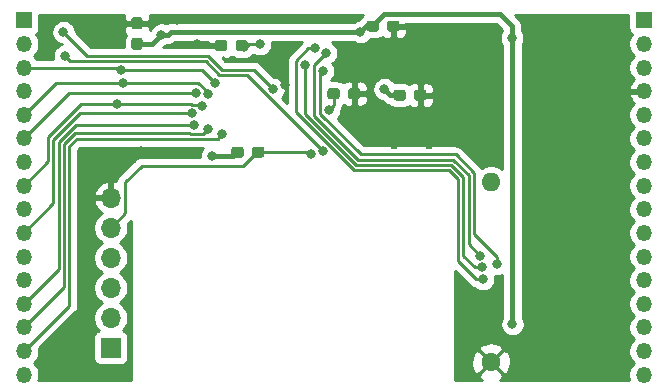
<source format=gbr>
G04 #@! TF.GenerationSoftware,KiCad,Pcbnew,(5.1.6)-1*
G04 #@! TF.CreationDate,2020-11-05T08:21:22+01:00*
G04 #@! TF.ProjectId,repl board,7265706c-2062-46f6-9172-642e6b696361,1.05*
G04 #@! TF.SameCoordinates,PX9bbc2a0PY6b31680*
G04 #@! TF.FileFunction,Copper,L2,Bot*
G04 #@! TF.FilePolarity,Positive*
%FSLAX46Y46*%
G04 Gerber Fmt 4.6, Leading zero omitted, Abs format (unit mm)*
G04 Created by KiCad (PCBNEW (5.1.6)-1) date 2020-11-05 08:21:22*
%MOMM*%
%LPD*%
G01*
G04 APERTURE LIST*
G04 #@! TA.AperFunction,ComponentPad*
%ADD10O,1.600000X1.600000*%
G04 #@! TD*
G04 #@! TA.AperFunction,ComponentPad*
%ADD11C,1.600000*%
G04 #@! TD*
G04 #@! TA.AperFunction,ComponentPad*
%ADD12O,1.700000X1.700000*%
G04 #@! TD*
G04 #@! TA.AperFunction,ComponentPad*
%ADD13R,1.700000X1.700000*%
G04 #@! TD*
G04 #@! TA.AperFunction,ComponentPad*
%ADD14O,1.350000X1.350000*%
G04 #@! TD*
G04 #@! TA.AperFunction,ComponentPad*
%ADD15R,1.350000X1.350000*%
G04 #@! TD*
G04 #@! TA.AperFunction,ViaPad*
%ADD16C,0.609600*%
G04 #@! TD*
G04 #@! TA.AperFunction,ViaPad*
%ADD17C,0.800000*%
G04 #@! TD*
G04 #@! TA.AperFunction,Conductor*
%ADD18C,0.450000*%
G04 #@! TD*
G04 #@! TA.AperFunction,Conductor*
%ADD19C,0.250000*%
G04 #@! TD*
G04 #@! TA.AperFunction,Conductor*
%ADD20C,0.254000*%
G04 #@! TD*
G04 APERTURE END LIST*
G04 #@! TA.AperFunction,SMDPad,CuDef*
G36*
G01*
X34535000Y24532500D02*
X34535000Y25007500D01*
G75*
G02*
X34772500Y25245000I237500J0D01*
G01*
X35347500Y25245000D01*
G75*
G02*
X35585000Y25007500I0J-237500D01*
G01*
X35585000Y24532500D01*
G75*
G02*
X35347500Y24295000I-237500J0D01*
G01*
X34772500Y24295000D01*
G75*
G02*
X34535000Y24532500I0J237500D01*
G01*
G37*
G04 #@! TD.AperFunction*
G04 #@! TA.AperFunction,SMDPad,CuDef*
G36*
G01*
X32785000Y24532500D02*
X32785000Y25007500D01*
G75*
G02*
X33022500Y25245000I237500J0D01*
G01*
X33597500Y25245000D01*
G75*
G02*
X33835000Y25007500I0J-237500D01*
G01*
X33835000Y24532500D01*
G75*
G02*
X33597500Y24295000I-237500J0D01*
G01*
X33022500Y24295000D01*
G75*
G02*
X32785000Y24532500I0J237500D01*
G01*
G37*
G04 #@! TD.AperFunction*
D10*
X41043000Y17404000D03*
D11*
X41043000Y2164000D03*
D12*
X8861200Y16083200D03*
X8861200Y13543200D03*
X8861200Y11003200D03*
X8861200Y8463200D03*
X8861200Y5923200D03*
D13*
X8861200Y3383200D03*
G04 #@! TA.AperFunction,SMDPad,CuDef*
G36*
G01*
X32249000Y30374500D02*
X32249000Y30849500D01*
G75*
G02*
X32486500Y31087000I237500J0D01*
G01*
X33061500Y31087000D01*
G75*
G02*
X33299000Y30849500I0J-237500D01*
G01*
X33299000Y30374500D01*
G75*
G02*
X33061500Y30137000I-237500J0D01*
G01*
X32486500Y30137000D01*
G75*
G02*
X32249000Y30374500I0J237500D01*
G01*
G37*
G04 #@! TD.AperFunction*
G04 #@! TA.AperFunction,SMDPad,CuDef*
G36*
G01*
X30499000Y30374500D02*
X30499000Y30849500D01*
G75*
G02*
X30736500Y31087000I237500J0D01*
G01*
X31311500Y31087000D01*
G75*
G02*
X31549000Y30849500I0J-237500D01*
G01*
X31549000Y30374500D01*
G75*
G02*
X31311500Y30137000I-237500J0D01*
G01*
X30736500Y30137000D01*
G75*
G02*
X30499000Y30374500I0J237500D01*
G01*
G37*
G04 #@! TD.AperFunction*
G04 #@! TA.AperFunction,SMDPad,CuDef*
G36*
G01*
X20819000Y19706500D02*
X20819000Y20181500D01*
G75*
G02*
X21056500Y20419000I237500J0D01*
G01*
X21631500Y20419000D01*
G75*
G02*
X21869000Y20181500I0J-237500D01*
G01*
X21869000Y19706500D01*
G75*
G02*
X21631500Y19469000I-237500J0D01*
G01*
X21056500Y19469000D01*
G75*
G02*
X20819000Y19706500I0J237500D01*
G01*
G37*
G04 #@! TD.AperFunction*
G04 #@! TA.AperFunction,SMDPad,CuDef*
G36*
G01*
X19069000Y19706500D02*
X19069000Y20181500D01*
G75*
G02*
X19306500Y20419000I237500J0D01*
G01*
X19881500Y20419000D01*
G75*
G02*
X20119000Y20181500I0J-237500D01*
G01*
X20119000Y19706500D01*
G75*
G02*
X19881500Y19469000I-237500J0D01*
G01*
X19306500Y19469000D01*
G75*
G02*
X19069000Y19706500I0J237500D01*
G01*
G37*
G04 #@! TD.AperFunction*
G04 #@! TA.AperFunction,SMDPad,CuDef*
G36*
G01*
X28247000Y25134500D02*
X28247000Y24659500D01*
G75*
G02*
X28009500Y24422000I-237500J0D01*
G01*
X27434500Y24422000D01*
G75*
G02*
X27197000Y24659500I0J237500D01*
G01*
X27197000Y25134500D01*
G75*
G02*
X27434500Y25372000I237500J0D01*
G01*
X28009500Y25372000D01*
G75*
G02*
X28247000Y25134500I0J-237500D01*
G01*
G37*
G04 #@! TD.AperFunction*
G04 #@! TA.AperFunction,SMDPad,CuDef*
G36*
G01*
X29997000Y25134500D02*
X29997000Y24659500D01*
G75*
G02*
X29759500Y24422000I-237500J0D01*
G01*
X29184500Y24422000D01*
G75*
G02*
X28947000Y24659500I0J237500D01*
G01*
X28947000Y25134500D01*
G75*
G02*
X29184500Y25372000I237500J0D01*
G01*
X29759500Y25372000D01*
G75*
G02*
X29997000Y25134500I0J-237500D01*
G01*
G37*
G04 #@! TD.AperFunction*
D14*
X1500000Y1100000D03*
X1500000Y3100000D03*
X1500000Y5100000D03*
X1500000Y7100000D03*
X1500000Y9100000D03*
X1500000Y11100000D03*
X1500000Y13100000D03*
X1500000Y15100000D03*
X1500000Y17100000D03*
X1500000Y19100000D03*
X1500000Y21100000D03*
X1500000Y23100000D03*
X1500000Y25100000D03*
X1500000Y27100000D03*
X1500000Y29100000D03*
D15*
X1500000Y31100000D03*
D14*
X54000000Y1100000D03*
X54000000Y3100000D03*
X54000000Y5100000D03*
X54000000Y7100000D03*
X54000000Y9100000D03*
X54000000Y11100000D03*
X54000000Y13100000D03*
X54000000Y15100000D03*
X54000000Y17100000D03*
X54000000Y19100000D03*
X54000000Y21100000D03*
X54000000Y23100000D03*
X54000000Y25100000D03*
X54000000Y27100000D03*
X54000000Y29100000D03*
D15*
X54000000Y31100000D03*
G04 #@! TA.AperFunction,SMDPad,CuDef*
G36*
G01*
X18722000Y29198500D02*
X18722000Y28723500D01*
G75*
G02*
X18484500Y28486000I-237500J0D01*
G01*
X17909500Y28486000D01*
G75*
G02*
X17672000Y28723500I0J237500D01*
G01*
X17672000Y29198500D01*
G75*
G02*
X17909500Y29436000I237500J0D01*
G01*
X18484500Y29436000D01*
G75*
G02*
X18722000Y29198500I0J-237500D01*
G01*
G37*
G04 #@! TD.AperFunction*
G04 #@! TA.AperFunction,SMDPad,CuDef*
G36*
G01*
X20472000Y29198500D02*
X20472000Y28723500D01*
G75*
G02*
X20234500Y28486000I-237500J0D01*
G01*
X19659500Y28486000D01*
G75*
G02*
X19422000Y28723500I0J237500D01*
G01*
X19422000Y29198500D01*
G75*
G02*
X19659500Y29436000I237500J0D01*
G01*
X20234500Y29436000D01*
G75*
G02*
X20472000Y29198500I0J-237500D01*
G01*
G37*
G04 #@! TD.AperFunction*
G04 #@! TA.AperFunction,SMDPad,CuDef*
G36*
G01*
X11308500Y30327000D02*
X10833500Y30327000D01*
G75*
G02*
X10596000Y30564500I0J237500D01*
G01*
X10596000Y31139500D01*
G75*
G02*
X10833500Y31377000I237500J0D01*
G01*
X11308500Y31377000D01*
G75*
G02*
X11546000Y31139500I0J-237500D01*
G01*
X11546000Y30564500D01*
G75*
G02*
X11308500Y30327000I-237500J0D01*
G01*
G37*
G04 #@! TD.AperFunction*
G04 #@! TA.AperFunction,SMDPad,CuDef*
G36*
G01*
X11308500Y28577000D02*
X10833500Y28577000D01*
G75*
G02*
X10596000Y28814500I0J237500D01*
G01*
X10596000Y29389500D01*
G75*
G02*
X10833500Y29627000I237500J0D01*
G01*
X11308500Y29627000D01*
G75*
G02*
X11546000Y29389500I0J-237500D01*
G01*
X11546000Y28814500D01*
G75*
G02*
X11308500Y28577000I-237500J0D01*
G01*
G37*
G04 #@! TD.AperFunction*
D16*
X51294000Y28107000D03*
X47738000Y24424000D03*
X49643000Y26202000D03*
X52056000Y25059000D03*
X50532000Y23535000D03*
X48627000Y21630000D03*
X47611000Y19725000D03*
X44436000Y19344000D03*
X44436000Y24043000D03*
X41261000Y23154000D03*
X41261000Y20487000D03*
X38594000Y23154000D03*
X38594000Y20487000D03*
X35800000Y20487000D03*
X35800000Y23154000D03*
X33006000Y23154000D03*
X30339000Y20868000D03*
X32879000Y20487000D03*
D17*
X5220000Y2030000D03*
X29060000Y31240000D03*
D16*
X52310000Y29250000D03*
D17*
X36979000Y28072000D03*
X14500000Y31120000D03*
X6626000Y18801000D03*
X23644000Y25659000D03*
X11452000Y20071000D03*
X16151000Y29088000D03*
X13150000Y29900000D03*
X42857004Y5375000D03*
X32026000Y25278000D03*
X42821020Y29596000D03*
X29994000Y30104000D03*
X17421000Y19576010D03*
X27327000Y23500000D03*
X40356204Y9185120D03*
X26152979Y28717899D03*
X40266429Y10181095D03*
X25295000Y27310000D03*
X41551000Y10455990D03*
X26819000Y26802000D03*
X40154000Y11181000D03*
X27073000Y28326000D03*
X18310000Y21468000D03*
X17108480Y21920207D03*
X15914842Y22242795D03*
X15767128Y23231837D03*
X9387979Y23980707D03*
X16575719Y23820229D03*
X16052244Y24918747D03*
X9928000Y25786000D03*
X17052014Y24896736D03*
X9718000Y26896979D03*
X17683037Y25779073D03*
X4975000Y28072000D03*
X26805417Y20014029D03*
X22628000Y25278000D03*
X4847988Y30104000D03*
X21485000Y29088000D03*
X25828021Y19802600D03*
D18*
X33310000Y24770000D02*
X32534000Y24770000D01*
X32534000Y24770000D02*
X32026000Y25278000D01*
X12355000Y29102000D02*
X11071000Y29102000D01*
X13150000Y29900000D02*
X13150000Y29897000D01*
X13150000Y29897000D02*
X12355000Y29102000D01*
X42857004Y5375000D02*
X42857004Y29560016D01*
X42857004Y29560016D02*
X42821020Y29596000D01*
X13715685Y29900000D02*
X13919685Y30104000D01*
X13150000Y29900000D02*
X13715685Y29900000D01*
X13919685Y30104000D02*
X29428315Y30104000D01*
X29428315Y30104000D02*
X29994000Y30104000D01*
X19212010Y19576010D02*
X17421000Y19576010D01*
X19580000Y19944000D02*
X19212010Y19576010D01*
X42821020Y30611980D02*
X42821020Y29596000D01*
X30502000Y30612000D02*
X31010000Y30612000D01*
X29994000Y30104000D02*
X30502000Y30612000D01*
X31010000Y30612000D02*
X32026000Y31628000D01*
X41805000Y31628000D02*
X42821020Y30611980D01*
X32026000Y31628000D02*
X41805000Y31628000D01*
D19*
X27722000Y23895000D02*
X27327000Y23500000D01*
X27722000Y24897000D02*
X27722000Y23895000D01*
X40356204Y9185120D02*
X39790519Y9185120D01*
X29446809Y18397956D02*
X24533000Y23311765D01*
X24533000Y23311765D02*
X24533000Y27663605D01*
X38249000Y10726639D02*
X38249000Y17644988D01*
X37496032Y18397956D02*
X29446809Y18397956D01*
X25587294Y28717899D02*
X26152979Y28717899D01*
X38249000Y17644988D02*
X37496032Y18397956D01*
X24533000Y27663605D02*
X25587294Y28717899D01*
X39790519Y9185120D02*
X38249000Y10726639D01*
X38699011Y11182828D02*
X38699011Y17831388D01*
X40266429Y10181095D02*
X39700744Y10181095D01*
X39700744Y10181095D02*
X38699011Y11182828D01*
X25295000Y23186176D02*
X25295000Y27310000D01*
X29633209Y18847967D02*
X25295000Y23186176D01*
X38699011Y17831388D02*
X37682432Y18847967D01*
X37682432Y18847967D02*
X29633209Y18847967D01*
X39599033Y12973642D02*
X41551000Y11021675D01*
X39599033Y18204188D02*
X39599033Y12973642D01*
X26601999Y23151999D02*
X30006009Y19747989D01*
X26819000Y26802000D02*
X26601999Y26584999D01*
X41551000Y11021675D02*
X41551000Y10455990D01*
X30006009Y19747989D02*
X38055232Y19747989D01*
X26601999Y26584999D02*
X26601999Y23151999D01*
X38055232Y19747989D02*
X39599033Y18204188D01*
X29819609Y19297978D02*
X26093999Y23023588D01*
X37868832Y19297978D02*
X29819609Y19297978D01*
X39149022Y18017788D02*
X37868832Y19297978D01*
X40154000Y11181000D02*
X39149022Y12185978D01*
X39149022Y12185978D02*
X39149022Y18017788D01*
X26093999Y27346999D02*
X27073000Y28326000D01*
X26093999Y23023588D02*
X26093999Y27346999D01*
X15380441Y21067783D02*
X17909783Y21067783D01*
X5356000Y20452000D02*
X5972001Y21068001D01*
X5356000Y6956000D02*
X5356000Y20452000D01*
X15380223Y21068001D02*
X15380441Y21067783D01*
X5972001Y21068001D02*
X15380223Y21068001D01*
X1500000Y3100000D02*
X5356000Y6956000D01*
X17909783Y21067783D02*
X18310000Y21468000D01*
X15547624Y21537011D02*
X15566841Y21517794D01*
X4905989Y8505989D02*
X4905989Y20638400D01*
X1500000Y5100000D02*
X4905989Y8505989D01*
X5804600Y21537011D02*
X15547624Y21537011D01*
X4905989Y20638400D02*
X5804600Y21537011D01*
X16706067Y21517794D02*
X17108480Y21920207D01*
X15566841Y21517794D02*
X16706067Y21517794D01*
X5873973Y22242795D02*
X15914842Y22242795D01*
X4455978Y10055978D02*
X4455978Y20824800D01*
X1500000Y7100000D02*
X4455978Y10055978D01*
X4455978Y20824800D02*
X5873973Y22242795D01*
X4005967Y15605967D02*
X4005967Y21011200D01*
X1500000Y13100000D02*
X4005967Y15605967D01*
X6226604Y23231837D02*
X15767128Y23231837D01*
X4005967Y21011200D02*
X6226604Y23231837D01*
X3555956Y21197600D02*
X6339063Y23980707D01*
X6339063Y23980707D02*
X9387979Y23980707D01*
X1500000Y17100000D02*
X3555956Y19155956D01*
X3555956Y19155956D02*
X3555956Y21197600D01*
X16425336Y23970612D02*
X16575719Y23820229D01*
X15689915Y23980707D02*
X15700010Y23970612D01*
X15700010Y23970612D02*
X16425336Y23970612D01*
X9387979Y23980707D02*
X15689915Y23980707D01*
X5318747Y24918747D02*
X16052244Y24918747D01*
X1500000Y21100000D02*
X5318747Y24918747D01*
X1500000Y23100000D02*
X4186000Y25786000D01*
X4186000Y25786000D02*
X9928000Y25786000D01*
X16274956Y25786000D02*
X17052014Y25008942D01*
X9928000Y25786000D02*
X16274956Y25786000D01*
X17052014Y25008942D02*
X17052014Y24896736D01*
X1500000Y27100000D02*
X9514979Y27100000D01*
X9514979Y27100000D02*
X9718000Y26896979D01*
X16565131Y26896979D02*
X17683037Y25779073D01*
X9718000Y26896979D02*
X16565131Y26896979D01*
X4975000Y28072000D02*
X5425011Y27621989D01*
X20351582Y26467864D02*
X26805417Y20014029D01*
X16899262Y27621989D02*
X18053387Y26467864D01*
X18053387Y26467864D02*
X20351582Y26467864D01*
X5425011Y27621989D02*
X16899262Y27621989D01*
X18239787Y26917875D02*
X17085662Y28072000D01*
X6879988Y28072000D02*
X4847988Y30104000D01*
X22628000Y25278000D02*
X20988125Y26917875D01*
X17085662Y28072000D02*
X6879988Y28072000D01*
X20988125Y26917875D02*
X18239787Y26917875D01*
X20074000Y28580000D02*
X20582000Y29088000D01*
X20582000Y29088000D02*
X21485000Y29088000D01*
X10086201Y14768201D02*
X8861200Y13543200D01*
X10086201Y17422189D02*
X10086201Y14768201D01*
X11465012Y18801000D02*
X10086201Y17422189D01*
X20088000Y18801000D02*
X11465012Y18801000D01*
X21231000Y19944000D02*
X20088000Y18801000D01*
X25686621Y19944000D02*
X21231000Y19944000D01*
X25828021Y19802600D02*
X25686621Y19944000D01*
D20*
G36*
X52686928Y30425000D02*
G01*
X52699188Y30300518D01*
X52735498Y30180820D01*
X52794463Y30070506D01*
X52873815Y29973815D01*
X52960697Y29902513D01*
X52839093Y29720518D01*
X52740342Y29482113D01*
X52690000Y29229024D01*
X52690000Y28970976D01*
X52740342Y28717887D01*
X52839093Y28479482D01*
X52982456Y28264923D01*
X53147379Y28100000D01*
X52982456Y27935077D01*
X52839093Y27720518D01*
X52740342Y27482113D01*
X52690000Y27229024D01*
X52690000Y26970976D01*
X52740342Y26717887D01*
X52839093Y26479482D01*
X52982456Y26264923D01*
X53154060Y26093319D01*
X53021697Y25971227D01*
X52870527Y25763629D01*
X52762762Y25530528D01*
X52732090Y25429400D01*
X52855776Y25227000D01*
X53873000Y25227000D01*
X53873000Y25247000D01*
X54127000Y25247000D01*
X54127000Y25227000D01*
X54147000Y25227000D01*
X54147000Y24973000D01*
X54127000Y24973000D01*
X54127000Y24953000D01*
X53873000Y24953000D01*
X53873000Y24973000D01*
X52855776Y24973000D01*
X52732090Y24770600D01*
X52762762Y24669472D01*
X52870527Y24436371D01*
X53021697Y24228773D01*
X53154060Y24106681D01*
X52982456Y23935077D01*
X52839093Y23720518D01*
X52740342Y23482113D01*
X52690000Y23229024D01*
X52690000Y22970976D01*
X52740342Y22717887D01*
X52839093Y22479482D01*
X52982456Y22264923D01*
X53147379Y22100000D01*
X52982456Y21935077D01*
X52839093Y21720518D01*
X52740342Y21482113D01*
X52690000Y21229024D01*
X52690000Y20970976D01*
X52740342Y20717887D01*
X52839093Y20479482D01*
X52982456Y20264923D01*
X53147379Y20100000D01*
X52982456Y19935077D01*
X52839093Y19720518D01*
X52740342Y19482113D01*
X52690000Y19229024D01*
X52690000Y18970976D01*
X52740342Y18717887D01*
X52839093Y18479482D01*
X52982456Y18264923D01*
X53147379Y18100000D01*
X52982456Y17935077D01*
X52839093Y17720518D01*
X52740342Y17482113D01*
X52690000Y17229024D01*
X52690000Y16970976D01*
X52740342Y16717887D01*
X52839093Y16479482D01*
X52982456Y16264923D01*
X53147379Y16100000D01*
X52982456Y15935077D01*
X52839093Y15720518D01*
X52740342Y15482113D01*
X52690000Y15229024D01*
X52690000Y14970976D01*
X52740342Y14717887D01*
X52839093Y14479482D01*
X52982456Y14264923D01*
X53147379Y14100000D01*
X52982456Y13935077D01*
X52839093Y13720518D01*
X52740342Y13482113D01*
X52690000Y13229024D01*
X52690000Y12970976D01*
X52740342Y12717887D01*
X52839093Y12479482D01*
X52982456Y12264923D01*
X53147379Y12100000D01*
X52982456Y11935077D01*
X52839093Y11720518D01*
X52740342Y11482113D01*
X52690000Y11229024D01*
X52690000Y10970976D01*
X52740342Y10717887D01*
X52839093Y10479482D01*
X52982456Y10264923D01*
X53147379Y10100000D01*
X52982456Y9935077D01*
X52839093Y9720518D01*
X52740342Y9482113D01*
X52690000Y9229024D01*
X52690000Y8970976D01*
X52740342Y8717887D01*
X52839093Y8479482D01*
X52982456Y8264923D01*
X53147379Y8100000D01*
X52982456Y7935077D01*
X52839093Y7720518D01*
X52740342Y7482113D01*
X52690000Y7229024D01*
X52690000Y6970976D01*
X52740342Y6717887D01*
X52839093Y6479482D01*
X52982456Y6264923D01*
X53147379Y6100000D01*
X52982456Y5935077D01*
X52839093Y5720518D01*
X52740342Y5482113D01*
X52690000Y5229024D01*
X52690000Y4970976D01*
X52740342Y4717887D01*
X52839093Y4479482D01*
X52982456Y4264923D01*
X53147379Y4100000D01*
X52982456Y3935077D01*
X52839093Y3720518D01*
X52740342Y3482113D01*
X52690000Y3229024D01*
X52690000Y2970976D01*
X52740342Y2717887D01*
X52839093Y2479482D01*
X52982456Y2264923D01*
X53147379Y2100000D01*
X52982456Y1935077D01*
X52839093Y1720518D01*
X52740342Y1482113D01*
X52690000Y1229024D01*
X52690000Y970976D01*
X52740342Y717887D01*
X52764320Y660000D01*
X41784922Y660000D01*
X41942998Y739356D01*
X42014785Y787322D01*
X42063132Y1111341D01*
X41043000Y2131473D01*
X40022868Y1111341D01*
X40071215Y787322D01*
X40295407Y660000D01*
X38020000Y660000D01*
X38020000Y2207168D01*
X39358439Y2207168D01*
X39382386Y1877697D01*
X39470149Y1559229D01*
X39618356Y1264002D01*
X39666322Y1192215D01*
X39990341Y1143868D01*
X41010473Y2164000D01*
X41075527Y2164000D01*
X42095659Y1143868D01*
X42419678Y1192215D01*
X42582811Y1479464D01*
X42686771Y1793020D01*
X42727561Y2120832D01*
X42703614Y2450303D01*
X42615851Y2768771D01*
X42467644Y3063998D01*
X42419678Y3135785D01*
X42095659Y3184132D01*
X41075527Y2164000D01*
X41010473Y2164000D01*
X39990341Y3184132D01*
X39666322Y3135785D01*
X39503189Y2848536D01*
X39399229Y2534980D01*
X39358439Y2207168D01*
X38020000Y2207168D01*
X38020000Y3216659D01*
X40022868Y3216659D01*
X41043000Y2196527D01*
X42063132Y3216659D01*
X42014785Y3540678D01*
X41727536Y3703811D01*
X41413980Y3807771D01*
X41086168Y3848561D01*
X40756697Y3824614D01*
X40438229Y3736851D01*
X40143002Y3588644D01*
X40071215Y3540678D01*
X40022868Y3216659D01*
X38020000Y3216659D01*
X38020000Y9880838D01*
X39226720Y8674117D01*
X39250518Y8645119D01*
X39279516Y8621321D01*
X39366242Y8550146D01*
X39498272Y8479574D01*
X39641480Y8436133D01*
X39696430Y8381183D01*
X39865948Y8267915D01*
X40054306Y8189894D01*
X40254265Y8150120D01*
X40458143Y8150120D01*
X40658102Y8189894D01*
X40846460Y8267915D01*
X41015978Y8381183D01*
X41160141Y8525346D01*
X41273409Y8694864D01*
X41351430Y8883222D01*
X41391204Y9083181D01*
X41391204Y9287059D01*
X41361083Y9438490D01*
X41449061Y9420990D01*
X41652939Y9420990D01*
X41852898Y9460764D01*
X41997004Y9520455D01*
X41997004Y5950870D01*
X41939799Y5865256D01*
X41861778Y5676898D01*
X41822004Y5476939D01*
X41822004Y5273061D01*
X41861778Y5073102D01*
X41939799Y4884744D01*
X42053067Y4715226D01*
X42197230Y4571063D01*
X42366748Y4457795D01*
X42555106Y4379774D01*
X42755065Y4340000D01*
X42958943Y4340000D01*
X43158902Y4379774D01*
X43347260Y4457795D01*
X43516778Y4571063D01*
X43660941Y4715226D01*
X43774209Y4884744D01*
X43852230Y5073102D01*
X43892004Y5273061D01*
X43892004Y5476939D01*
X43852230Y5676898D01*
X43774209Y5865256D01*
X43717004Y5950870D01*
X43717004Y29073984D01*
X43738225Y29105744D01*
X43816246Y29294102D01*
X43856020Y29494061D01*
X43856020Y29697939D01*
X43816246Y29897898D01*
X43738225Y30086256D01*
X43681020Y30171870D01*
X43681020Y30569742D01*
X43685180Y30611981D01*
X43681020Y30654220D01*
X43681020Y30654226D01*
X43668576Y30780569D01*
X43619401Y30942680D01*
X43539544Y31092082D01*
X43432074Y31223034D01*
X43399262Y31249962D01*
X43109224Y31540000D01*
X52686928Y31540000D01*
X52686928Y30425000D01*
G37*
X52686928Y30425000D02*
X52699188Y30300518D01*
X52735498Y30180820D01*
X52794463Y30070506D01*
X52873815Y29973815D01*
X52960697Y29902513D01*
X52839093Y29720518D01*
X52740342Y29482113D01*
X52690000Y29229024D01*
X52690000Y28970976D01*
X52740342Y28717887D01*
X52839093Y28479482D01*
X52982456Y28264923D01*
X53147379Y28100000D01*
X52982456Y27935077D01*
X52839093Y27720518D01*
X52740342Y27482113D01*
X52690000Y27229024D01*
X52690000Y26970976D01*
X52740342Y26717887D01*
X52839093Y26479482D01*
X52982456Y26264923D01*
X53154060Y26093319D01*
X53021697Y25971227D01*
X52870527Y25763629D01*
X52762762Y25530528D01*
X52732090Y25429400D01*
X52855776Y25227000D01*
X53873000Y25227000D01*
X53873000Y25247000D01*
X54127000Y25247000D01*
X54127000Y25227000D01*
X54147000Y25227000D01*
X54147000Y24973000D01*
X54127000Y24973000D01*
X54127000Y24953000D01*
X53873000Y24953000D01*
X53873000Y24973000D01*
X52855776Y24973000D01*
X52732090Y24770600D01*
X52762762Y24669472D01*
X52870527Y24436371D01*
X53021697Y24228773D01*
X53154060Y24106681D01*
X52982456Y23935077D01*
X52839093Y23720518D01*
X52740342Y23482113D01*
X52690000Y23229024D01*
X52690000Y22970976D01*
X52740342Y22717887D01*
X52839093Y22479482D01*
X52982456Y22264923D01*
X53147379Y22100000D01*
X52982456Y21935077D01*
X52839093Y21720518D01*
X52740342Y21482113D01*
X52690000Y21229024D01*
X52690000Y20970976D01*
X52740342Y20717887D01*
X52839093Y20479482D01*
X52982456Y20264923D01*
X53147379Y20100000D01*
X52982456Y19935077D01*
X52839093Y19720518D01*
X52740342Y19482113D01*
X52690000Y19229024D01*
X52690000Y18970976D01*
X52740342Y18717887D01*
X52839093Y18479482D01*
X52982456Y18264923D01*
X53147379Y18100000D01*
X52982456Y17935077D01*
X52839093Y17720518D01*
X52740342Y17482113D01*
X52690000Y17229024D01*
X52690000Y16970976D01*
X52740342Y16717887D01*
X52839093Y16479482D01*
X52982456Y16264923D01*
X53147379Y16100000D01*
X52982456Y15935077D01*
X52839093Y15720518D01*
X52740342Y15482113D01*
X52690000Y15229024D01*
X52690000Y14970976D01*
X52740342Y14717887D01*
X52839093Y14479482D01*
X52982456Y14264923D01*
X53147379Y14100000D01*
X52982456Y13935077D01*
X52839093Y13720518D01*
X52740342Y13482113D01*
X52690000Y13229024D01*
X52690000Y12970976D01*
X52740342Y12717887D01*
X52839093Y12479482D01*
X52982456Y12264923D01*
X53147379Y12100000D01*
X52982456Y11935077D01*
X52839093Y11720518D01*
X52740342Y11482113D01*
X52690000Y11229024D01*
X52690000Y10970976D01*
X52740342Y10717887D01*
X52839093Y10479482D01*
X52982456Y10264923D01*
X53147379Y10100000D01*
X52982456Y9935077D01*
X52839093Y9720518D01*
X52740342Y9482113D01*
X52690000Y9229024D01*
X52690000Y8970976D01*
X52740342Y8717887D01*
X52839093Y8479482D01*
X52982456Y8264923D01*
X53147379Y8100000D01*
X52982456Y7935077D01*
X52839093Y7720518D01*
X52740342Y7482113D01*
X52690000Y7229024D01*
X52690000Y6970976D01*
X52740342Y6717887D01*
X52839093Y6479482D01*
X52982456Y6264923D01*
X53147379Y6100000D01*
X52982456Y5935077D01*
X52839093Y5720518D01*
X52740342Y5482113D01*
X52690000Y5229024D01*
X52690000Y4970976D01*
X52740342Y4717887D01*
X52839093Y4479482D01*
X52982456Y4264923D01*
X53147379Y4100000D01*
X52982456Y3935077D01*
X52839093Y3720518D01*
X52740342Y3482113D01*
X52690000Y3229024D01*
X52690000Y2970976D01*
X52740342Y2717887D01*
X52839093Y2479482D01*
X52982456Y2264923D01*
X53147379Y2100000D01*
X52982456Y1935077D01*
X52839093Y1720518D01*
X52740342Y1482113D01*
X52690000Y1229024D01*
X52690000Y970976D01*
X52740342Y717887D01*
X52764320Y660000D01*
X41784922Y660000D01*
X41942998Y739356D01*
X42014785Y787322D01*
X42063132Y1111341D01*
X41043000Y2131473D01*
X40022868Y1111341D01*
X40071215Y787322D01*
X40295407Y660000D01*
X38020000Y660000D01*
X38020000Y2207168D01*
X39358439Y2207168D01*
X39382386Y1877697D01*
X39470149Y1559229D01*
X39618356Y1264002D01*
X39666322Y1192215D01*
X39990341Y1143868D01*
X41010473Y2164000D01*
X41075527Y2164000D01*
X42095659Y1143868D01*
X42419678Y1192215D01*
X42582811Y1479464D01*
X42686771Y1793020D01*
X42727561Y2120832D01*
X42703614Y2450303D01*
X42615851Y2768771D01*
X42467644Y3063998D01*
X42419678Y3135785D01*
X42095659Y3184132D01*
X41075527Y2164000D01*
X41010473Y2164000D01*
X39990341Y3184132D01*
X39666322Y3135785D01*
X39503189Y2848536D01*
X39399229Y2534980D01*
X39358439Y2207168D01*
X38020000Y2207168D01*
X38020000Y3216659D01*
X40022868Y3216659D01*
X41043000Y2196527D01*
X42063132Y3216659D01*
X42014785Y3540678D01*
X41727536Y3703811D01*
X41413980Y3807771D01*
X41086168Y3848561D01*
X40756697Y3824614D01*
X40438229Y3736851D01*
X40143002Y3588644D01*
X40071215Y3540678D01*
X40022868Y3216659D01*
X38020000Y3216659D01*
X38020000Y9880838D01*
X39226720Y8674117D01*
X39250518Y8645119D01*
X39279516Y8621321D01*
X39366242Y8550146D01*
X39498272Y8479574D01*
X39641480Y8436133D01*
X39696430Y8381183D01*
X39865948Y8267915D01*
X40054306Y8189894D01*
X40254265Y8150120D01*
X40458143Y8150120D01*
X40658102Y8189894D01*
X40846460Y8267915D01*
X41015978Y8381183D01*
X41160141Y8525346D01*
X41273409Y8694864D01*
X41351430Y8883222D01*
X41391204Y9083181D01*
X41391204Y9287059D01*
X41361083Y9438490D01*
X41449061Y9420990D01*
X41652939Y9420990D01*
X41852898Y9460764D01*
X41997004Y9520455D01*
X41997004Y5950870D01*
X41939799Y5865256D01*
X41861778Y5676898D01*
X41822004Y5476939D01*
X41822004Y5273061D01*
X41861778Y5073102D01*
X41939799Y4884744D01*
X42053067Y4715226D01*
X42197230Y4571063D01*
X42366748Y4457795D01*
X42555106Y4379774D01*
X42755065Y4340000D01*
X42958943Y4340000D01*
X43158902Y4379774D01*
X43347260Y4457795D01*
X43516778Y4571063D01*
X43660941Y4715226D01*
X43774209Y4884744D01*
X43852230Y5073102D01*
X43892004Y5273061D01*
X43892004Y5476939D01*
X43852230Y5676898D01*
X43774209Y5865256D01*
X43717004Y5950870D01*
X43717004Y29073984D01*
X43738225Y29105744D01*
X43816246Y29294102D01*
X43856020Y29494061D01*
X43856020Y29697939D01*
X43816246Y29897898D01*
X43738225Y30086256D01*
X43681020Y30171870D01*
X43681020Y30569742D01*
X43685180Y30611981D01*
X43681020Y30654220D01*
X43681020Y30654226D01*
X43668576Y30780569D01*
X43619401Y30942680D01*
X43539544Y31092082D01*
X43432074Y31223034D01*
X43399262Y31249962D01*
X43109224Y31540000D01*
X52686928Y31540000D01*
X52686928Y30425000D01*
G36*
X15343108Y20307783D02*
G01*
X15343118Y20307783D01*
X15380440Y20304107D01*
X15417763Y20307783D01*
X16689062Y20307783D01*
X16617063Y20235784D01*
X16503795Y20066266D01*
X16425774Y19877908D01*
X16386000Y19677949D01*
X16386000Y19561000D01*
X11502334Y19561000D01*
X11465011Y19564676D01*
X11427688Y19561000D01*
X11427679Y19561000D01*
X11316026Y19550003D01*
X11172765Y19506546D01*
X11040736Y19435974D01*
X10925011Y19341001D01*
X10901213Y19312003D01*
X9575204Y17985993D01*
X9546200Y17962190D01*
X9504963Y17911942D01*
X9451227Y17846465D01*
X9438457Y17822574D01*
X9380655Y17714435D01*
X9337198Y17571174D01*
X9328752Y17485426D01*
X9218091Y17524681D01*
X8988200Y17404014D01*
X8988200Y16210200D01*
X9008200Y16210200D01*
X9008200Y15956200D01*
X8988200Y15956200D01*
X8988200Y15936200D01*
X8734200Y15936200D01*
X8734200Y15956200D01*
X7541045Y15956200D01*
X7419724Y15726310D01*
X7464375Y15579101D01*
X7589559Y15316280D01*
X7763612Y15082931D01*
X7979845Y14888022D01*
X8096734Y14818395D01*
X7914568Y14696675D01*
X7707725Y14489832D01*
X7545210Y14246611D01*
X7433268Y13976358D01*
X7376200Y13689460D01*
X7376200Y13396940D01*
X7433268Y13110042D01*
X7545210Y12839789D01*
X7707725Y12596568D01*
X7914568Y12389725D01*
X8088960Y12273200D01*
X7914568Y12156675D01*
X7707725Y11949832D01*
X7545210Y11706611D01*
X7433268Y11436358D01*
X7376200Y11149460D01*
X7376200Y10856940D01*
X7433268Y10570042D01*
X7545210Y10299789D01*
X7707725Y10056568D01*
X7914568Y9849725D01*
X8088960Y9733200D01*
X7914568Y9616675D01*
X7707725Y9409832D01*
X7545210Y9166611D01*
X7433268Y8896358D01*
X7376200Y8609460D01*
X7376200Y8316940D01*
X7433268Y8030042D01*
X7545210Y7759789D01*
X7707725Y7516568D01*
X7914568Y7309725D01*
X8088960Y7193200D01*
X7914568Y7076675D01*
X7707725Y6869832D01*
X7545210Y6626611D01*
X7433268Y6356358D01*
X7376200Y6069460D01*
X7376200Y5776940D01*
X7433268Y5490042D01*
X7545210Y5219789D01*
X7707725Y4976568D01*
X7839580Y4844713D01*
X7767020Y4822702D01*
X7656706Y4763737D01*
X7560015Y4684385D01*
X7480663Y4587694D01*
X7421698Y4477380D01*
X7385388Y4357682D01*
X7373128Y4233200D01*
X7373128Y2533200D01*
X7385388Y2408718D01*
X7421698Y2289020D01*
X7480663Y2178706D01*
X7560015Y2082015D01*
X7656706Y2002663D01*
X7767020Y1943698D01*
X7886718Y1907388D01*
X8011200Y1895128D01*
X9711200Y1895128D01*
X9835682Y1907388D01*
X9955380Y1943698D01*
X10065694Y2002663D01*
X10162385Y2082015D01*
X10241737Y2178706D01*
X10300702Y2289020D01*
X10337012Y2408718D01*
X10349272Y2533200D01*
X10349272Y4233200D01*
X10337012Y4357682D01*
X10300702Y4477380D01*
X10241737Y4587694D01*
X10162385Y4684385D01*
X10065694Y4763737D01*
X9955380Y4822702D01*
X9882820Y4844713D01*
X10014675Y4976568D01*
X10177190Y5219789D01*
X10289132Y5490042D01*
X10346200Y5776940D01*
X10346200Y6069460D01*
X10289132Y6356358D01*
X10177190Y6626611D01*
X10014675Y6869832D01*
X9807832Y7076675D01*
X9633440Y7193200D01*
X9807832Y7309725D01*
X10014675Y7516568D01*
X10177190Y7759789D01*
X10289132Y8030042D01*
X10346200Y8316940D01*
X10346200Y8609460D01*
X10289132Y8896358D01*
X10177190Y9166611D01*
X10014675Y9409832D01*
X9807832Y9616675D01*
X9633440Y9733200D01*
X9807832Y9849725D01*
X10014675Y10056568D01*
X10177190Y10299789D01*
X10289132Y10570042D01*
X10346200Y10856940D01*
X10346200Y11149460D01*
X10289132Y11436358D01*
X10177190Y11706611D01*
X10014675Y11949832D01*
X9807832Y12156675D01*
X9633440Y12273200D01*
X9807832Y12389725D01*
X10014675Y12596568D01*
X10177190Y12839789D01*
X10289132Y13110042D01*
X10346200Y13396940D01*
X10346200Y13689460D01*
X10302410Y13909608D01*
X10538000Y14145198D01*
X10538001Y660000D01*
X2735680Y660000D01*
X2759658Y717887D01*
X2810000Y970976D01*
X2810000Y1229024D01*
X2759658Y1482113D01*
X2660907Y1720518D01*
X2517544Y1935077D01*
X2352621Y2100000D01*
X2517544Y2264923D01*
X2660907Y2479482D01*
X2759658Y2717887D01*
X2810000Y2970976D01*
X2810000Y3229024D01*
X2792385Y3317583D01*
X5867009Y6392206D01*
X5896001Y6415999D01*
X5919795Y6444992D01*
X5919799Y6444996D01*
X5990973Y6531723D01*
X5990974Y6531724D01*
X6061546Y6663753D01*
X6105003Y6807014D01*
X6116000Y6918667D01*
X6116000Y6918676D01*
X6119676Y6955999D01*
X6116000Y6993322D01*
X6116000Y16440090D01*
X7419724Y16440090D01*
X7541045Y16210200D01*
X8734200Y16210200D01*
X8734200Y17404014D01*
X8504309Y17524681D01*
X8229948Y17427357D01*
X7979845Y17278378D01*
X7763612Y17083469D01*
X7589559Y16850120D01*
X7464375Y16587299D01*
X7419724Y16440090D01*
X6116000Y16440090D01*
X6116000Y20137199D01*
X6286803Y20308001D01*
X15340895Y20308001D01*
X15343108Y20307783D01*
G37*
X15343108Y20307783D02*
X15343118Y20307783D01*
X15380440Y20304107D01*
X15417763Y20307783D01*
X16689062Y20307783D01*
X16617063Y20235784D01*
X16503795Y20066266D01*
X16425774Y19877908D01*
X16386000Y19677949D01*
X16386000Y19561000D01*
X11502334Y19561000D01*
X11465011Y19564676D01*
X11427688Y19561000D01*
X11427679Y19561000D01*
X11316026Y19550003D01*
X11172765Y19506546D01*
X11040736Y19435974D01*
X10925011Y19341001D01*
X10901213Y19312003D01*
X9575204Y17985993D01*
X9546200Y17962190D01*
X9504963Y17911942D01*
X9451227Y17846465D01*
X9438457Y17822574D01*
X9380655Y17714435D01*
X9337198Y17571174D01*
X9328752Y17485426D01*
X9218091Y17524681D01*
X8988200Y17404014D01*
X8988200Y16210200D01*
X9008200Y16210200D01*
X9008200Y15956200D01*
X8988200Y15956200D01*
X8988200Y15936200D01*
X8734200Y15936200D01*
X8734200Y15956200D01*
X7541045Y15956200D01*
X7419724Y15726310D01*
X7464375Y15579101D01*
X7589559Y15316280D01*
X7763612Y15082931D01*
X7979845Y14888022D01*
X8096734Y14818395D01*
X7914568Y14696675D01*
X7707725Y14489832D01*
X7545210Y14246611D01*
X7433268Y13976358D01*
X7376200Y13689460D01*
X7376200Y13396940D01*
X7433268Y13110042D01*
X7545210Y12839789D01*
X7707725Y12596568D01*
X7914568Y12389725D01*
X8088960Y12273200D01*
X7914568Y12156675D01*
X7707725Y11949832D01*
X7545210Y11706611D01*
X7433268Y11436358D01*
X7376200Y11149460D01*
X7376200Y10856940D01*
X7433268Y10570042D01*
X7545210Y10299789D01*
X7707725Y10056568D01*
X7914568Y9849725D01*
X8088960Y9733200D01*
X7914568Y9616675D01*
X7707725Y9409832D01*
X7545210Y9166611D01*
X7433268Y8896358D01*
X7376200Y8609460D01*
X7376200Y8316940D01*
X7433268Y8030042D01*
X7545210Y7759789D01*
X7707725Y7516568D01*
X7914568Y7309725D01*
X8088960Y7193200D01*
X7914568Y7076675D01*
X7707725Y6869832D01*
X7545210Y6626611D01*
X7433268Y6356358D01*
X7376200Y6069460D01*
X7376200Y5776940D01*
X7433268Y5490042D01*
X7545210Y5219789D01*
X7707725Y4976568D01*
X7839580Y4844713D01*
X7767020Y4822702D01*
X7656706Y4763737D01*
X7560015Y4684385D01*
X7480663Y4587694D01*
X7421698Y4477380D01*
X7385388Y4357682D01*
X7373128Y4233200D01*
X7373128Y2533200D01*
X7385388Y2408718D01*
X7421698Y2289020D01*
X7480663Y2178706D01*
X7560015Y2082015D01*
X7656706Y2002663D01*
X7767020Y1943698D01*
X7886718Y1907388D01*
X8011200Y1895128D01*
X9711200Y1895128D01*
X9835682Y1907388D01*
X9955380Y1943698D01*
X10065694Y2002663D01*
X10162385Y2082015D01*
X10241737Y2178706D01*
X10300702Y2289020D01*
X10337012Y2408718D01*
X10349272Y2533200D01*
X10349272Y4233200D01*
X10337012Y4357682D01*
X10300702Y4477380D01*
X10241737Y4587694D01*
X10162385Y4684385D01*
X10065694Y4763737D01*
X9955380Y4822702D01*
X9882820Y4844713D01*
X10014675Y4976568D01*
X10177190Y5219789D01*
X10289132Y5490042D01*
X10346200Y5776940D01*
X10346200Y6069460D01*
X10289132Y6356358D01*
X10177190Y6626611D01*
X10014675Y6869832D01*
X9807832Y7076675D01*
X9633440Y7193200D01*
X9807832Y7309725D01*
X10014675Y7516568D01*
X10177190Y7759789D01*
X10289132Y8030042D01*
X10346200Y8316940D01*
X10346200Y8609460D01*
X10289132Y8896358D01*
X10177190Y9166611D01*
X10014675Y9409832D01*
X9807832Y9616675D01*
X9633440Y9733200D01*
X9807832Y9849725D01*
X10014675Y10056568D01*
X10177190Y10299789D01*
X10289132Y10570042D01*
X10346200Y10856940D01*
X10346200Y11149460D01*
X10289132Y11436358D01*
X10177190Y11706611D01*
X10014675Y11949832D01*
X9807832Y12156675D01*
X9633440Y12273200D01*
X9807832Y12389725D01*
X10014675Y12596568D01*
X10177190Y12839789D01*
X10289132Y13110042D01*
X10346200Y13396940D01*
X10346200Y13689460D01*
X10302410Y13909608D01*
X10538000Y14145198D01*
X10538001Y660000D01*
X2735680Y660000D01*
X2759658Y717887D01*
X2810000Y970976D01*
X2810000Y1229024D01*
X2759658Y1482113D01*
X2660907Y1720518D01*
X2517544Y1935077D01*
X2352621Y2100000D01*
X2517544Y2264923D01*
X2660907Y2479482D01*
X2759658Y2717887D01*
X2810000Y2970976D01*
X2810000Y3229024D01*
X2792385Y3317583D01*
X5867009Y6392206D01*
X5896001Y6415999D01*
X5919795Y6444992D01*
X5919799Y6444996D01*
X5990973Y6531723D01*
X5990974Y6531724D01*
X6061546Y6663753D01*
X6105003Y6807014D01*
X6116000Y6918667D01*
X6116000Y6918676D01*
X6119676Y6955999D01*
X6116000Y6993322D01*
X6116000Y16440090D01*
X7419724Y16440090D01*
X7541045Y16210200D01*
X8734200Y16210200D01*
X8734200Y17404014D01*
X8504309Y17524681D01*
X8229948Y17427357D01*
X7979845Y17278378D01*
X7763612Y17083469D01*
X7589559Y16850120D01*
X7464375Y16587299D01*
X7419724Y16440090D01*
X6116000Y16440090D01*
X6116000Y20137199D01*
X6286803Y20308001D01*
X15340895Y20308001D01*
X15343108Y20307783D01*
G36*
X41961020Y30255756D02*
G01*
X41961020Y30171870D01*
X41903815Y30086256D01*
X41825794Y29897898D01*
X41786020Y29697939D01*
X41786020Y29494061D01*
X41825794Y29294102D01*
X41903815Y29105744D01*
X41997005Y28966275D01*
X41997005Y18479391D01*
X41957759Y18518637D01*
X41722727Y18675680D01*
X41461574Y18783853D01*
X41184335Y18839000D01*
X40901665Y18839000D01*
X40624426Y18783853D01*
X40363273Y18675680D01*
X40249429Y18599612D01*
X40234007Y18628464D01*
X40139034Y18744189D01*
X40110037Y18767986D01*
X38619036Y20258986D01*
X38595233Y20287990D01*
X38479508Y20382963D01*
X38347479Y20453535D01*
X38204218Y20496992D01*
X38092565Y20507989D01*
X38092554Y20507989D01*
X38055232Y20511665D01*
X38017910Y20507989D01*
X30320811Y20507989D01*
X28059755Y22769044D01*
X28130937Y22840226D01*
X28244205Y23009744D01*
X28322226Y23198102D01*
X28362000Y23398061D01*
X28362000Y23480127D01*
X28427546Y23602753D01*
X28471003Y23746014D01*
X28482000Y23857667D01*
X28482000Y23857676D01*
X28485676Y23894999D01*
X28482775Y23924450D01*
X28495942Y23931488D01*
X28519839Y23951099D01*
X28592506Y23891463D01*
X28702820Y23832498D01*
X28822518Y23796188D01*
X28947000Y23783928D01*
X29186250Y23787000D01*
X29345000Y23945750D01*
X29345000Y24770000D01*
X29599000Y24770000D01*
X29599000Y23945750D01*
X29757750Y23787000D01*
X29997000Y23783928D01*
X30121482Y23796188D01*
X30241180Y23832498D01*
X30351494Y23891463D01*
X30448185Y23970815D01*
X30527537Y24067506D01*
X30586502Y24177820D01*
X30622812Y24297518D01*
X30635072Y24422000D01*
X30632000Y24611250D01*
X30473250Y24770000D01*
X29599000Y24770000D01*
X29345000Y24770000D01*
X29325000Y24770000D01*
X29325000Y25024000D01*
X29345000Y25024000D01*
X29345000Y25848250D01*
X29599000Y25848250D01*
X29599000Y25024000D01*
X30473250Y25024000D01*
X30632000Y25182750D01*
X30635072Y25372000D01*
X30634291Y25379939D01*
X30991000Y25379939D01*
X30991000Y25176061D01*
X31030774Y24976102D01*
X31108795Y24787744D01*
X31222063Y24618226D01*
X31366226Y24474063D01*
X31535744Y24360795D01*
X31724102Y24282774D01*
X31825092Y24262686D01*
X31896008Y24191770D01*
X31922946Y24158946D01*
X32053898Y24051476D01*
X32203300Y23971619D01*
X32285320Y23946739D01*
X32365409Y23922444D01*
X32396538Y23919378D01*
X32398620Y23919173D01*
X32403377Y23913377D01*
X32536058Y23804488D01*
X32687433Y23723577D01*
X32851684Y23673752D01*
X33022500Y23656928D01*
X33597500Y23656928D01*
X33768316Y23673752D01*
X33932567Y23723577D01*
X34083942Y23804488D01*
X34107839Y23824099D01*
X34180506Y23764463D01*
X34290820Y23705498D01*
X34410518Y23669188D01*
X34535000Y23656928D01*
X34774250Y23660000D01*
X34933000Y23818750D01*
X34933000Y24643000D01*
X35187000Y24643000D01*
X35187000Y23818750D01*
X35345750Y23660000D01*
X35585000Y23656928D01*
X35709482Y23669188D01*
X35829180Y23705498D01*
X35939494Y23764463D01*
X36036185Y23843815D01*
X36115537Y23940506D01*
X36174502Y24050820D01*
X36210812Y24170518D01*
X36223072Y24295000D01*
X36220000Y24484250D01*
X36061250Y24643000D01*
X35187000Y24643000D01*
X34933000Y24643000D01*
X34913000Y24643000D01*
X34913000Y24897000D01*
X34933000Y24897000D01*
X34933000Y25721250D01*
X35187000Y25721250D01*
X35187000Y24897000D01*
X36061250Y24897000D01*
X36220000Y25055750D01*
X36223072Y25245000D01*
X36210812Y25369482D01*
X36174502Y25489180D01*
X36115537Y25599494D01*
X36036185Y25696185D01*
X35939494Y25775537D01*
X35829180Y25834502D01*
X35709482Y25870812D01*
X35585000Y25883072D01*
X35345750Y25880000D01*
X35187000Y25721250D01*
X34933000Y25721250D01*
X34774250Y25880000D01*
X34535000Y25883072D01*
X34410518Y25870812D01*
X34290820Y25834502D01*
X34180506Y25775537D01*
X34107839Y25715901D01*
X34083942Y25735512D01*
X33932567Y25816423D01*
X33768316Y25866248D01*
X33597500Y25883072D01*
X33022500Y25883072D01*
X32876121Y25868655D01*
X32829937Y25937774D01*
X32685774Y26081937D01*
X32516256Y26195205D01*
X32327898Y26273226D01*
X32127939Y26313000D01*
X31924061Y26313000D01*
X31724102Y26273226D01*
X31535744Y26195205D01*
X31366226Y26081937D01*
X31222063Y25937774D01*
X31108795Y25768256D01*
X31030774Y25579898D01*
X30991000Y25379939D01*
X30634291Y25379939D01*
X30622812Y25496482D01*
X30586502Y25616180D01*
X30527537Y25726494D01*
X30448185Y25823185D01*
X30351494Y25902537D01*
X30241180Y25961502D01*
X30121482Y25997812D01*
X29997000Y26010072D01*
X29757750Y26007000D01*
X29599000Y25848250D01*
X29345000Y25848250D01*
X29186250Y26007000D01*
X28947000Y26010072D01*
X28822518Y25997812D01*
X28702820Y25961502D01*
X28592506Y25902537D01*
X28519839Y25842901D01*
X28495942Y25862512D01*
X28344567Y25943423D01*
X28180316Y25993248D01*
X28009500Y26010072D01*
X27490783Y26010072D01*
X27622937Y26142226D01*
X27736205Y26311744D01*
X27814226Y26500102D01*
X27854000Y26700061D01*
X27854000Y26903939D01*
X27814226Y27103898D01*
X27736205Y27292256D01*
X27628989Y27452716D01*
X27732774Y27522063D01*
X27876937Y27666226D01*
X27990205Y27835744D01*
X28068226Y28024102D01*
X28108000Y28224061D01*
X28108000Y28427939D01*
X28068226Y28627898D01*
X27990205Y28816256D01*
X27876937Y28985774D01*
X27732774Y29129937D01*
X27563256Y29243205D01*
X27561337Y29244000D01*
X29418130Y29244000D01*
X29503744Y29186795D01*
X29692102Y29108774D01*
X29892061Y29069000D01*
X30095939Y29069000D01*
X30295898Y29108774D01*
X30484256Y29186795D01*
X30653774Y29300063D01*
X30797937Y29444226D01*
X30834488Y29498928D01*
X31311500Y29498928D01*
X31482316Y29515752D01*
X31646567Y29565577D01*
X31797942Y29646488D01*
X31821839Y29666099D01*
X31894506Y29606463D01*
X32004820Y29547498D01*
X32124518Y29511188D01*
X32249000Y29498928D01*
X32488250Y29502000D01*
X32647000Y29660750D01*
X32647000Y30485000D01*
X32901000Y30485000D01*
X32901000Y29660750D01*
X33059750Y29502000D01*
X33299000Y29498928D01*
X33423482Y29511188D01*
X33543180Y29547498D01*
X33653494Y29606463D01*
X33750185Y29685815D01*
X33829537Y29782506D01*
X33888502Y29892820D01*
X33924812Y30012518D01*
X33937072Y30137000D01*
X33934000Y30326250D01*
X33775250Y30485000D01*
X32901000Y30485000D01*
X32647000Y30485000D01*
X32627000Y30485000D01*
X32627000Y30739000D01*
X32647000Y30739000D01*
X32647000Y30759000D01*
X32901000Y30759000D01*
X32901000Y30739000D01*
X33775250Y30739000D01*
X33804250Y30768000D01*
X41448777Y30768000D01*
X41961020Y30255756D01*
G37*
X41961020Y30255756D02*
X41961020Y30171870D01*
X41903815Y30086256D01*
X41825794Y29897898D01*
X41786020Y29697939D01*
X41786020Y29494061D01*
X41825794Y29294102D01*
X41903815Y29105744D01*
X41997005Y28966275D01*
X41997005Y18479391D01*
X41957759Y18518637D01*
X41722727Y18675680D01*
X41461574Y18783853D01*
X41184335Y18839000D01*
X40901665Y18839000D01*
X40624426Y18783853D01*
X40363273Y18675680D01*
X40249429Y18599612D01*
X40234007Y18628464D01*
X40139034Y18744189D01*
X40110037Y18767986D01*
X38619036Y20258986D01*
X38595233Y20287990D01*
X38479508Y20382963D01*
X38347479Y20453535D01*
X38204218Y20496992D01*
X38092565Y20507989D01*
X38092554Y20507989D01*
X38055232Y20511665D01*
X38017910Y20507989D01*
X30320811Y20507989D01*
X28059755Y22769044D01*
X28130937Y22840226D01*
X28244205Y23009744D01*
X28322226Y23198102D01*
X28362000Y23398061D01*
X28362000Y23480127D01*
X28427546Y23602753D01*
X28471003Y23746014D01*
X28482000Y23857667D01*
X28482000Y23857676D01*
X28485676Y23894999D01*
X28482775Y23924450D01*
X28495942Y23931488D01*
X28519839Y23951099D01*
X28592506Y23891463D01*
X28702820Y23832498D01*
X28822518Y23796188D01*
X28947000Y23783928D01*
X29186250Y23787000D01*
X29345000Y23945750D01*
X29345000Y24770000D01*
X29599000Y24770000D01*
X29599000Y23945750D01*
X29757750Y23787000D01*
X29997000Y23783928D01*
X30121482Y23796188D01*
X30241180Y23832498D01*
X30351494Y23891463D01*
X30448185Y23970815D01*
X30527537Y24067506D01*
X30586502Y24177820D01*
X30622812Y24297518D01*
X30635072Y24422000D01*
X30632000Y24611250D01*
X30473250Y24770000D01*
X29599000Y24770000D01*
X29345000Y24770000D01*
X29325000Y24770000D01*
X29325000Y25024000D01*
X29345000Y25024000D01*
X29345000Y25848250D01*
X29599000Y25848250D01*
X29599000Y25024000D01*
X30473250Y25024000D01*
X30632000Y25182750D01*
X30635072Y25372000D01*
X30634291Y25379939D01*
X30991000Y25379939D01*
X30991000Y25176061D01*
X31030774Y24976102D01*
X31108795Y24787744D01*
X31222063Y24618226D01*
X31366226Y24474063D01*
X31535744Y24360795D01*
X31724102Y24282774D01*
X31825092Y24262686D01*
X31896008Y24191770D01*
X31922946Y24158946D01*
X32053898Y24051476D01*
X32203300Y23971619D01*
X32285320Y23946739D01*
X32365409Y23922444D01*
X32396538Y23919378D01*
X32398620Y23919173D01*
X32403377Y23913377D01*
X32536058Y23804488D01*
X32687433Y23723577D01*
X32851684Y23673752D01*
X33022500Y23656928D01*
X33597500Y23656928D01*
X33768316Y23673752D01*
X33932567Y23723577D01*
X34083942Y23804488D01*
X34107839Y23824099D01*
X34180506Y23764463D01*
X34290820Y23705498D01*
X34410518Y23669188D01*
X34535000Y23656928D01*
X34774250Y23660000D01*
X34933000Y23818750D01*
X34933000Y24643000D01*
X35187000Y24643000D01*
X35187000Y23818750D01*
X35345750Y23660000D01*
X35585000Y23656928D01*
X35709482Y23669188D01*
X35829180Y23705498D01*
X35939494Y23764463D01*
X36036185Y23843815D01*
X36115537Y23940506D01*
X36174502Y24050820D01*
X36210812Y24170518D01*
X36223072Y24295000D01*
X36220000Y24484250D01*
X36061250Y24643000D01*
X35187000Y24643000D01*
X34933000Y24643000D01*
X34913000Y24643000D01*
X34913000Y24897000D01*
X34933000Y24897000D01*
X34933000Y25721250D01*
X35187000Y25721250D01*
X35187000Y24897000D01*
X36061250Y24897000D01*
X36220000Y25055750D01*
X36223072Y25245000D01*
X36210812Y25369482D01*
X36174502Y25489180D01*
X36115537Y25599494D01*
X36036185Y25696185D01*
X35939494Y25775537D01*
X35829180Y25834502D01*
X35709482Y25870812D01*
X35585000Y25883072D01*
X35345750Y25880000D01*
X35187000Y25721250D01*
X34933000Y25721250D01*
X34774250Y25880000D01*
X34535000Y25883072D01*
X34410518Y25870812D01*
X34290820Y25834502D01*
X34180506Y25775537D01*
X34107839Y25715901D01*
X34083942Y25735512D01*
X33932567Y25816423D01*
X33768316Y25866248D01*
X33597500Y25883072D01*
X33022500Y25883072D01*
X32876121Y25868655D01*
X32829937Y25937774D01*
X32685774Y26081937D01*
X32516256Y26195205D01*
X32327898Y26273226D01*
X32127939Y26313000D01*
X31924061Y26313000D01*
X31724102Y26273226D01*
X31535744Y26195205D01*
X31366226Y26081937D01*
X31222063Y25937774D01*
X31108795Y25768256D01*
X31030774Y25579898D01*
X30991000Y25379939D01*
X30634291Y25379939D01*
X30622812Y25496482D01*
X30586502Y25616180D01*
X30527537Y25726494D01*
X30448185Y25823185D01*
X30351494Y25902537D01*
X30241180Y25961502D01*
X30121482Y25997812D01*
X29997000Y26010072D01*
X29757750Y26007000D01*
X29599000Y25848250D01*
X29345000Y25848250D01*
X29186250Y26007000D01*
X28947000Y26010072D01*
X28822518Y25997812D01*
X28702820Y25961502D01*
X28592506Y25902537D01*
X28519839Y25842901D01*
X28495942Y25862512D01*
X28344567Y25943423D01*
X28180316Y25993248D01*
X28009500Y26010072D01*
X27490783Y26010072D01*
X27622937Y26142226D01*
X27736205Y26311744D01*
X27814226Y26500102D01*
X27854000Y26700061D01*
X27854000Y26903939D01*
X27814226Y27103898D01*
X27736205Y27292256D01*
X27628989Y27452716D01*
X27732774Y27522063D01*
X27876937Y27666226D01*
X27990205Y27835744D01*
X28068226Y28024102D01*
X28108000Y28224061D01*
X28108000Y28427939D01*
X28068226Y28627898D01*
X27990205Y28816256D01*
X27876937Y28985774D01*
X27732774Y29129937D01*
X27563256Y29243205D01*
X27561337Y29244000D01*
X29418130Y29244000D01*
X29503744Y29186795D01*
X29692102Y29108774D01*
X29892061Y29069000D01*
X30095939Y29069000D01*
X30295898Y29108774D01*
X30484256Y29186795D01*
X30653774Y29300063D01*
X30797937Y29444226D01*
X30834488Y29498928D01*
X31311500Y29498928D01*
X31482316Y29515752D01*
X31646567Y29565577D01*
X31797942Y29646488D01*
X31821839Y29666099D01*
X31894506Y29606463D01*
X32004820Y29547498D01*
X32124518Y29511188D01*
X32249000Y29498928D01*
X32488250Y29502000D01*
X32647000Y29660750D01*
X32647000Y30485000D01*
X32901000Y30485000D01*
X32901000Y29660750D01*
X33059750Y29502000D01*
X33299000Y29498928D01*
X33423482Y29511188D01*
X33543180Y29547498D01*
X33653494Y29606463D01*
X33750185Y29685815D01*
X33829537Y29782506D01*
X33888502Y29892820D01*
X33924812Y30012518D01*
X33937072Y30137000D01*
X33934000Y30326250D01*
X33775250Y30485000D01*
X32901000Y30485000D01*
X32647000Y30485000D01*
X32627000Y30485000D01*
X32627000Y30739000D01*
X32647000Y30739000D01*
X32647000Y30759000D01*
X32901000Y30759000D01*
X32901000Y30739000D01*
X33775250Y30739000D01*
X33804250Y30768000D01*
X41448777Y30768000D01*
X41961020Y30255756D01*
G36*
X25023495Y29228902D02*
G01*
X24021998Y28227404D01*
X23993000Y28203606D01*
X23969202Y28174608D01*
X23969201Y28174607D01*
X23898026Y28087881D01*
X23827454Y27955851D01*
X23799821Y27864752D01*
X23783998Y27812591D01*
X23774800Y27719205D01*
X23769324Y27663605D01*
X23773001Y27626273D01*
X23773000Y24121247D01*
X23353979Y24540268D01*
X23431937Y24618226D01*
X23545205Y24787744D01*
X23623226Y24976102D01*
X23663000Y25176061D01*
X23663000Y25379939D01*
X23623226Y25579898D01*
X23545205Y25768256D01*
X23431937Y25937774D01*
X23287774Y26081937D01*
X23118256Y26195205D01*
X22929898Y26273226D01*
X22729939Y26313000D01*
X22667802Y26313000D01*
X21551928Y27428873D01*
X21528126Y27457876D01*
X21412401Y27552849D01*
X21280372Y27623421D01*
X21137111Y27666878D01*
X21025458Y27677875D01*
X21025447Y27677875D01*
X20988125Y27681551D01*
X20950803Y27677875D01*
X18554589Y27677875D01*
X18324002Y27908462D01*
X18324002Y28009748D01*
X18482750Y27851000D01*
X18722000Y27847928D01*
X18846482Y27860188D01*
X18966180Y27896498D01*
X19076494Y27955463D01*
X19149161Y28015099D01*
X19173058Y27995488D01*
X19324433Y27914577D01*
X19488684Y27864752D01*
X19659500Y27847928D01*
X19869202Y27847928D01*
X19925015Y27830998D01*
X20074000Y27816324D01*
X20222985Y27830998D01*
X20300097Y27854389D01*
X20405316Y27864752D01*
X20569567Y27914577D01*
X20720942Y27995488D01*
X20853623Y28104377D01*
X20938806Y28208172D01*
X20994744Y28170795D01*
X21183102Y28092774D01*
X21383061Y28053000D01*
X21586939Y28053000D01*
X21786898Y28092774D01*
X21975256Y28170795D01*
X22144774Y28284063D01*
X22288937Y28428226D01*
X22402205Y28597744D01*
X22480226Y28786102D01*
X22520000Y28986061D01*
X22520000Y29189939D01*
X22509247Y29244000D01*
X25035886Y29244000D01*
X25023495Y29228902D01*
G37*
X25023495Y29228902D02*
X24021998Y28227404D01*
X23993000Y28203606D01*
X23969202Y28174608D01*
X23969201Y28174607D01*
X23898026Y28087881D01*
X23827454Y27955851D01*
X23799821Y27864752D01*
X23783998Y27812591D01*
X23774800Y27719205D01*
X23769324Y27663605D01*
X23773001Y27626273D01*
X23773000Y24121247D01*
X23353979Y24540268D01*
X23431937Y24618226D01*
X23545205Y24787744D01*
X23623226Y24976102D01*
X23663000Y25176061D01*
X23663000Y25379939D01*
X23623226Y25579898D01*
X23545205Y25768256D01*
X23431937Y25937774D01*
X23287774Y26081937D01*
X23118256Y26195205D01*
X22929898Y26273226D01*
X22729939Y26313000D01*
X22667802Y26313000D01*
X21551928Y27428873D01*
X21528126Y27457876D01*
X21412401Y27552849D01*
X21280372Y27623421D01*
X21137111Y27666878D01*
X21025458Y27677875D01*
X21025447Y27677875D01*
X20988125Y27681551D01*
X20950803Y27677875D01*
X18554589Y27677875D01*
X18324002Y27908462D01*
X18324002Y28009748D01*
X18482750Y27851000D01*
X18722000Y27847928D01*
X18846482Y27860188D01*
X18966180Y27896498D01*
X19076494Y27955463D01*
X19149161Y28015099D01*
X19173058Y27995488D01*
X19324433Y27914577D01*
X19488684Y27864752D01*
X19659500Y27847928D01*
X19869202Y27847928D01*
X19925015Y27830998D01*
X20074000Y27816324D01*
X20222985Y27830998D01*
X20300097Y27854389D01*
X20405316Y27864752D01*
X20569567Y27914577D01*
X20720942Y27995488D01*
X20853623Y28104377D01*
X20938806Y28208172D01*
X20994744Y28170795D01*
X21183102Y28092774D01*
X21383061Y28053000D01*
X21586939Y28053000D01*
X21786898Y28092774D01*
X21975256Y28170795D01*
X22144774Y28284063D01*
X22288937Y28428226D01*
X22402205Y28597744D01*
X22480226Y28786102D01*
X22520000Y28986061D01*
X22520000Y29189939D01*
X22509247Y29244000D01*
X25035886Y29244000D01*
X25023495Y29228902D01*
G36*
X9970188Y31501482D02*
G01*
X9957928Y31377000D01*
X9961000Y31137750D01*
X10119750Y30979000D01*
X10944000Y30979000D01*
X10944000Y30999000D01*
X11198000Y30999000D01*
X11198000Y30979000D01*
X12022250Y30979000D01*
X12181000Y31137750D01*
X12184072Y31377000D01*
X12171812Y31501482D01*
X12160128Y31540000D01*
X30204350Y31540000D01*
X30117377Y31468623D01*
X30008488Y31335942D01*
X29992850Y31306685D01*
X29890946Y31223054D01*
X29864008Y31190230D01*
X29793092Y31119314D01*
X29692102Y31099226D01*
X29503744Y31021205D01*
X29418130Y30964000D01*
X13961931Y30964000D01*
X13919685Y30968161D01*
X13751095Y30951556D01*
X13696517Y30935000D01*
X13588985Y30902381D01*
X13521591Y30866358D01*
X13451898Y30895226D01*
X13251939Y30935000D01*
X13048061Y30935000D01*
X12848102Y30895226D01*
X12659744Y30817205D01*
X12490226Y30703937D01*
X12346063Y30559774D01*
X12232795Y30390256D01*
X12177047Y30255669D01*
X12184072Y30327000D01*
X12181000Y30566250D01*
X12022250Y30725000D01*
X11198000Y30725000D01*
X11198000Y30705000D01*
X10944000Y30705000D01*
X10944000Y30725000D01*
X10119750Y30725000D01*
X9961000Y30566250D01*
X9957928Y30327000D01*
X9970188Y30202518D01*
X10006498Y30082820D01*
X10065463Y29972506D01*
X10125099Y29899839D01*
X10105488Y29875942D01*
X10024577Y29724567D01*
X9974752Y29560316D01*
X9957928Y29389500D01*
X9957928Y28832000D01*
X7194790Y28832000D01*
X5882988Y30143801D01*
X5882988Y30205939D01*
X5843214Y30405898D01*
X5765193Y30594256D01*
X5651925Y30763774D01*
X5507762Y30907937D01*
X5338244Y31021205D01*
X5149886Y31099226D01*
X4949927Y31139000D01*
X4746049Y31139000D01*
X4546090Y31099226D01*
X4357732Y31021205D01*
X4188214Y30907937D01*
X4044051Y30763774D01*
X3930783Y30594256D01*
X3852762Y30405898D01*
X3812988Y30205939D01*
X3812988Y30002061D01*
X3852762Y29802102D01*
X3930783Y29613744D01*
X4044051Y29444226D01*
X4188214Y29300063D01*
X4357732Y29186795D01*
X4546090Y29108774D01*
X4714035Y29075368D01*
X4673102Y29067226D01*
X4484744Y28989205D01*
X4315226Y28875937D01*
X4171063Y28731774D01*
X4057795Y28562256D01*
X3979774Y28373898D01*
X3940000Y28173939D01*
X3940000Y27970061D01*
X3961892Y27860000D01*
X2567709Y27860000D01*
X2517544Y27935077D01*
X2352621Y28100000D01*
X2517544Y28264923D01*
X2660907Y28479482D01*
X2759658Y28717887D01*
X2810000Y28970976D01*
X2810000Y29229024D01*
X2759658Y29482113D01*
X2660907Y29720518D01*
X2539303Y29902513D01*
X2626185Y29973815D01*
X2705537Y30070506D01*
X2764502Y30180820D01*
X2800812Y30300518D01*
X2813072Y30425000D01*
X2813072Y31540000D01*
X9981872Y31540000D01*
X9970188Y31501482D01*
G37*
X9970188Y31501482D02*
X9957928Y31377000D01*
X9961000Y31137750D01*
X10119750Y30979000D01*
X10944000Y30979000D01*
X10944000Y30999000D01*
X11198000Y30999000D01*
X11198000Y30979000D01*
X12022250Y30979000D01*
X12181000Y31137750D01*
X12184072Y31377000D01*
X12171812Y31501482D01*
X12160128Y31540000D01*
X30204350Y31540000D01*
X30117377Y31468623D01*
X30008488Y31335942D01*
X29992850Y31306685D01*
X29890946Y31223054D01*
X29864008Y31190230D01*
X29793092Y31119314D01*
X29692102Y31099226D01*
X29503744Y31021205D01*
X29418130Y30964000D01*
X13961931Y30964000D01*
X13919685Y30968161D01*
X13751095Y30951556D01*
X13696517Y30935000D01*
X13588985Y30902381D01*
X13521591Y30866358D01*
X13451898Y30895226D01*
X13251939Y30935000D01*
X13048061Y30935000D01*
X12848102Y30895226D01*
X12659744Y30817205D01*
X12490226Y30703937D01*
X12346063Y30559774D01*
X12232795Y30390256D01*
X12177047Y30255669D01*
X12184072Y30327000D01*
X12181000Y30566250D01*
X12022250Y30725000D01*
X11198000Y30725000D01*
X11198000Y30705000D01*
X10944000Y30705000D01*
X10944000Y30725000D01*
X10119750Y30725000D01*
X9961000Y30566250D01*
X9957928Y30327000D01*
X9970188Y30202518D01*
X10006498Y30082820D01*
X10065463Y29972506D01*
X10125099Y29899839D01*
X10105488Y29875942D01*
X10024577Y29724567D01*
X9974752Y29560316D01*
X9957928Y29389500D01*
X9957928Y28832000D01*
X7194790Y28832000D01*
X5882988Y30143801D01*
X5882988Y30205939D01*
X5843214Y30405898D01*
X5765193Y30594256D01*
X5651925Y30763774D01*
X5507762Y30907937D01*
X5338244Y31021205D01*
X5149886Y31099226D01*
X4949927Y31139000D01*
X4746049Y31139000D01*
X4546090Y31099226D01*
X4357732Y31021205D01*
X4188214Y30907937D01*
X4044051Y30763774D01*
X3930783Y30594256D01*
X3852762Y30405898D01*
X3812988Y30205939D01*
X3812988Y30002061D01*
X3852762Y29802102D01*
X3930783Y29613744D01*
X4044051Y29444226D01*
X4188214Y29300063D01*
X4357732Y29186795D01*
X4546090Y29108774D01*
X4714035Y29075368D01*
X4673102Y29067226D01*
X4484744Y28989205D01*
X4315226Y28875937D01*
X4171063Y28731774D01*
X4057795Y28562256D01*
X3979774Y28373898D01*
X3940000Y28173939D01*
X3940000Y27970061D01*
X3961892Y27860000D01*
X2567709Y27860000D01*
X2517544Y27935077D01*
X2352621Y28100000D01*
X2517544Y28264923D01*
X2660907Y28479482D01*
X2759658Y28717887D01*
X2810000Y28970976D01*
X2810000Y29229024D01*
X2759658Y29482113D01*
X2660907Y29720518D01*
X2539303Y29902513D01*
X2626185Y29973815D01*
X2705537Y30070506D01*
X2764502Y30180820D01*
X2800812Y30300518D01*
X2813072Y30425000D01*
X2813072Y31540000D01*
X9981872Y31540000D01*
X9970188Y31501482D01*
G36*
X17195750Y29088000D02*
G01*
X18070000Y29088000D01*
X18070000Y29108000D01*
X18324000Y29108000D01*
X18324000Y29088000D01*
X18344000Y29088000D01*
X18344000Y28834000D01*
X18324000Y28834000D01*
X18324000Y28814000D01*
X18070000Y28814000D01*
X18070000Y28834000D01*
X17195750Y28834000D01*
X17187406Y28825656D01*
X17122995Y28832000D01*
X17122984Y28832000D01*
X17085662Y28835676D01*
X17048340Y28832000D01*
X13301223Y28832000D01*
X13354655Y28885431D01*
X13451898Y28904774D01*
X13640256Y28982795D01*
X13720328Y29036297D01*
X13757924Y29040000D01*
X13757931Y29040000D01*
X13884274Y29052444D01*
X14046385Y29101619D01*
X14195787Y29181476D01*
X14271972Y29244000D01*
X17039750Y29244000D01*
X17195750Y29088000D01*
G37*
X17195750Y29088000D02*
X18070000Y29088000D01*
X18070000Y29108000D01*
X18324000Y29108000D01*
X18324000Y29088000D01*
X18344000Y29088000D01*
X18344000Y28834000D01*
X18324000Y28834000D01*
X18324000Y28814000D01*
X18070000Y28814000D01*
X18070000Y28834000D01*
X17195750Y28834000D01*
X17187406Y28825656D01*
X17122995Y28832000D01*
X17122984Y28832000D01*
X17085662Y28835676D01*
X17048340Y28832000D01*
X13301223Y28832000D01*
X13354655Y28885431D01*
X13451898Y28904774D01*
X13640256Y28982795D01*
X13720328Y29036297D01*
X13757924Y29040000D01*
X13757931Y29040000D01*
X13884274Y29052444D01*
X14046385Y29101619D01*
X14195787Y29181476D01*
X14271972Y29244000D01*
X17039750Y29244000D01*
X17195750Y29088000D01*
M02*

</source>
